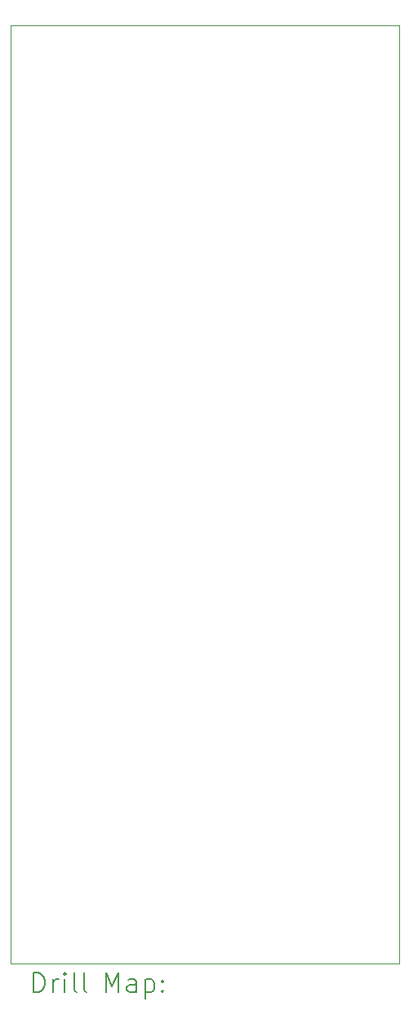
<source format=gbr>
%TF.GenerationSoftware,KiCad,Pcbnew,(7.0.0)*%
%TF.CreationDate,2023-03-19T22:55:24+00:00*%
%TF.ProjectId,back_microlidian,6261636b-5f6d-4696-9372-6f6c69646961,rev?*%
%TF.SameCoordinates,Original*%
%TF.FileFunction,Drillmap*%
%TF.FilePolarity,Positive*%
%FSLAX45Y45*%
G04 Gerber Fmt 4.5, Leading zero omitted, Abs format (unit mm)*
G04 Created by KiCad (PCBNEW (7.0.0)) date 2023-03-19 22:55:24*
%MOMM*%
%LPD*%
G01*
G04 APERTURE LIST*
%ADD10C,0.100000*%
%ADD11C,0.200000*%
G04 APERTURE END LIST*
D10*
X3823097Y-4623089D02*
X7853097Y-4623089D01*
X7853097Y-4623089D02*
X7853097Y-14345189D01*
X7853097Y-14345189D02*
X3823097Y-14345189D01*
X3823097Y-14345189D02*
X3823097Y-4623089D01*
D11*
X4065716Y-14643665D02*
X4065716Y-14443665D01*
X4065716Y-14443665D02*
X4113335Y-14443665D01*
X4113335Y-14443665D02*
X4141906Y-14453189D01*
X4141906Y-14453189D02*
X4160954Y-14472237D01*
X4160954Y-14472237D02*
X4170478Y-14491284D01*
X4170478Y-14491284D02*
X4180001Y-14529379D01*
X4180001Y-14529379D02*
X4180001Y-14557951D01*
X4180001Y-14557951D02*
X4170478Y-14596046D01*
X4170478Y-14596046D02*
X4160954Y-14615094D01*
X4160954Y-14615094D02*
X4141906Y-14634141D01*
X4141906Y-14634141D02*
X4113335Y-14643665D01*
X4113335Y-14643665D02*
X4065716Y-14643665D01*
X4265716Y-14643665D02*
X4265716Y-14510332D01*
X4265716Y-14548427D02*
X4275240Y-14529379D01*
X4275240Y-14529379D02*
X4284763Y-14519856D01*
X4284763Y-14519856D02*
X4303811Y-14510332D01*
X4303811Y-14510332D02*
X4322859Y-14510332D01*
X4389525Y-14643665D02*
X4389525Y-14510332D01*
X4389525Y-14443665D02*
X4380002Y-14453189D01*
X4380002Y-14453189D02*
X4389525Y-14462713D01*
X4389525Y-14462713D02*
X4399049Y-14453189D01*
X4399049Y-14453189D02*
X4389525Y-14443665D01*
X4389525Y-14443665D02*
X4389525Y-14462713D01*
X4513335Y-14643665D02*
X4494287Y-14634141D01*
X4494287Y-14634141D02*
X4484763Y-14615094D01*
X4484763Y-14615094D02*
X4484763Y-14443665D01*
X4618097Y-14643665D02*
X4599049Y-14634141D01*
X4599049Y-14634141D02*
X4589525Y-14615094D01*
X4589525Y-14615094D02*
X4589525Y-14443665D01*
X4814287Y-14643665D02*
X4814287Y-14443665D01*
X4814287Y-14443665D02*
X4880954Y-14586522D01*
X4880954Y-14586522D02*
X4947621Y-14443665D01*
X4947621Y-14443665D02*
X4947621Y-14643665D01*
X5128573Y-14643665D02*
X5128573Y-14538903D01*
X5128573Y-14538903D02*
X5119049Y-14519856D01*
X5119049Y-14519856D02*
X5100002Y-14510332D01*
X5100002Y-14510332D02*
X5061906Y-14510332D01*
X5061906Y-14510332D02*
X5042859Y-14519856D01*
X5128573Y-14634141D02*
X5109525Y-14643665D01*
X5109525Y-14643665D02*
X5061906Y-14643665D01*
X5061906Y-14643665D02*
X5042859Y-14634141D01*
X5042859Y-14634141D02*
X5033335Y-14615094D01*
X5033335Y-14615094D02*
X5033335Y-14596046D01*
X5033335Y-14596046D02*
X5042859Y-14576998D01*
X5042859Y-14576998D02*
X5061906Y-14567475D01*
X5061906Y-14567475D02*
X5109525Y-14567475D01*
X5109525Y-14567475D02*
X5128573Y-14557951D01*
X5223811Y-14510332D02*
X5223811Y-14710332D01*
X5223811Y-14519856D02*
X5242859Y-14510332D01*
X5242859Y-14510332D02*
X5280954Y-14510332D01*
X5280954Y-14510332D02*
X5300002Y-14519856D01*
X5300002Y-14519856D02*
X5309525Y-14529379D01*
X5309525Y-14529379D02*
X5319049Y-14548427D01*
X5319049Y-14548427D02*
X5319049Y-14605570D01*
X5319049Y-14605570D02*
X5309525Y-14624617D01*
X5309525Y-14624617D02*
X5300002Y-14634141D01*
X5300002Y-14634141D02*
X5280954Y-14643665D01*
X5280954Y-14643665D02*
X5242859Y-14643665D01*
X5242859Y-14643665D02*
X5223811Y-14634141D01*
X5404763Y-14624617D02*
X5414287Y-14634141D01*
X5414287Y-14634141D02*
X5404763Y-14643665D01*
X5404763Y-14643665D02*
X5395240Y-14634141D01*
X5395240Y-14634141D02*
X5404763Y-14624617D01*
X5404763Y-14624617D02*
X5404763Y-14643665D01*
X5404763Y-14519856D02*
X5414287Y-14529379D01*
X5414287Y-14529379D02*
X5404763Y-14538903D01*
X5404763Y-14538903D02*
X5395240Y-14529379D01*
X5395240Y-14529379D02*
X5404763Y-14519856D01*
X5404763Y-14519856D02*
X5404763Y-14538903D01*
M02*

</source>
